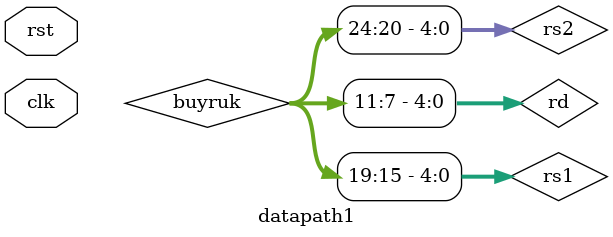
<source format=v>
module datapath1 (
    input       clk,rst
);
wire [31:0] ad_o2pc_i;
wire [31:0] pc_o2x;
wire [31:0] buyruk;
wire [31:0] alu_o;
wire [31:0] read_register_data1;
wire [31:0] read_register_data2;
wire [31:0] Imm;
wire [4:0]  alu_src;
wire mux_src,reg_en,pc_src,branch,zero_flag,mux_select,dm_rdd,muc4_ctrl,mux_select3,branch_o;
wire [2:0] imm_src;
wire [31:0] mux_o1,mux_o5,mux4_o;
wire [4:0] rs1,rs2,rd;
wire [31:0] ad_o2;
wire [31:0] mux3_o;
wire [1:0] memtoreg;
//wire and_o;
assign rs1 = buyruk[19:15];
assign rs2 = buyruk[24:20];
assign rd  = buyruk[11:7] ;
assign mux_select  = branch & zero_flag;
pc          p       (       .clk(clk),     
                            .rst(rst),      
                            .pc_i(mux3_o),    
                            .pc_o(pc_o2x));
inst_memory inst(           .rst(rst),      
                            .read_address(pc_o2x),    
                            .data(buyruk));
adder        ad1     (       .ad_i1(pc_o2x),      
                            .ad_i2(32'd4),      
                            .ad_o(ad_o2pc_i));
registerfile reeg   (       .clk(clk),    
                            .read_register_addr1(rs1),      
                            .read_register_addr2(rs2),      
                            .register_write_data(mux_o5),      
                            .register_write_addr(rd),      
                            .RegWrite_i(reg_en),        
                            .read_register_data1(read_register_data1),      
                            .read_register_data2(read_register_data2));  
imm_gen      img     (      .IR(buyruk),      
                            .select_i(imm_src),
                            .Imm(Imm)); 
alu          alu     (      .alu_i1(mux4_o),
                            .alu_i2(mux_o1),
                            .alu_control(alu_src),  
                            .alu_o(alu_o),
                            .zero_flag(zero_flag));
mux_2to1     mux_alu2rs2     (       .mux_i1(read_register_data2),    
                                     .mux_i2(Imm),    
                                     .mux_select(mux_src),
                                     .mux_o(mux_o1));    
//mux_2to1     m2     (       .mux_i1(dm_rdd),    
//                            .mux_i2(alu_o),    
//                            .mux_select(memtoreg),
//                            .mux_o(mux_o2));   
data_memory  dm     (       .clk(clk),
                            .dm_read(mem_read),
                            .dm_write(mem_write), 
                            .dm_addr(alu_o),                              
                            .dm_wrd(read_register_data2),               
                            .dm_rdd(dm_rdd));     
control_unit cm     (       .buyruk_i(buyruk),
                            .alu_src(alu_src), 
                            .reg_en(reg_en),  
                            .mux_src(mux_src), 
                            .imm_src(imm_src),
                            .mem_read(mem_read),
                            .mem_write(mem_write),
                            .memtoreg(memtoreg),
                            .mux_select3(mux_select3),
                            .muc4_ctrl(muc4_ctrl),
                            .branch(branch));
adder         ad2   (       .ad_i1(pc_o2x),
                            .ad_i2(Imm),
                            .ad_o(ad_o2));
mux_2to1     mux_controlandalu2pc     (         .mux_i1(ad_o2pc_i),    
                                                .mux_i2(ad_o2),    
                                                .mux_select(mux_select),
                                                .mux_o(mux3_o)); 
                                                       
mux_2to1     mux_reg2rs1     (                  .mux_i1(read_register_data1),    
                                                .mux_i2(pc_o2x),    
                                                .mux_select(muc4_ctrl),
                                                .mux_o(mux4_o));                               
mux_3to1    mux_alureaddatatowritedata      (       .mux_i1(pc_o2x + 32'd4),          //pc      en son çıkıştaki
                                                    .mux_i2(alu_o),     
                                                    .mux_i3(dm_rdd),     
                                                    .mux_select(memtoreg), 
                                                    .mux_o(mux_o5));       
endmodule
</source>
